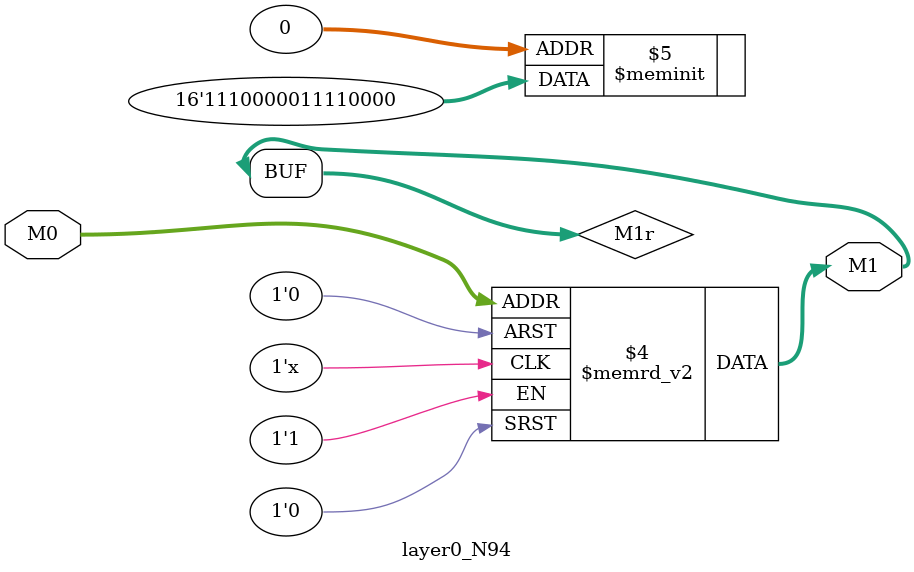
<source format=v>
module layer0_N94 ( input [2:0] M0, output [1:0] M1 );

	(*rom_style = "distributed" *) reg [1:0] M1r;
	assign M1 = M1r;
	always @ (M0) begin
		case (M0)
			3'b000: M1r = 2'b00;
			3'b100: M1r = 2'b00;
			3'b010: M1r = 2'b11;
			3'b110: M1r = 2'b10;
			3'b001: M1r = 2'b00;
			3'b101: M1r = 2'b00;
			3'b011: M1r = 2'b11;
			3'b111: M1r = 2'b11;

		endcase
	end
endmodule

</source>
